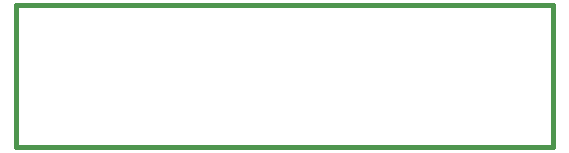
<source format=gbr>
G04 (created by PCBNEW-RS274X (2011-03-30 BZR 2932)-stable) date 29/05/2011 23:50:55*
G01*
G70*
G90*
%MOIN*%
G04 Gerber Fmt 3.4, Leading zero omitted, Abs format*
%FSLAX34Y34*%
G04 APERTURE LIST*
%ADD10C,0.006000*%
%ADD11C,0.015000*%
G04 APERTURE END LIST*
G54D10*
G54D11*
X57480Y-52165D02*
X75394Y-52165D01*
X57480Y-56890D02*
X75394Y-56890D01*
X57480Y-52165D02*
X57480Y-56890D01*
X75394Y-54528D02*
X75394Y-56890D01*
X75394Y-52362D02*
X75394Y-52165D01*
X75394Y-54528D02*
X75394Y-52362D01*
M02*

</source>
